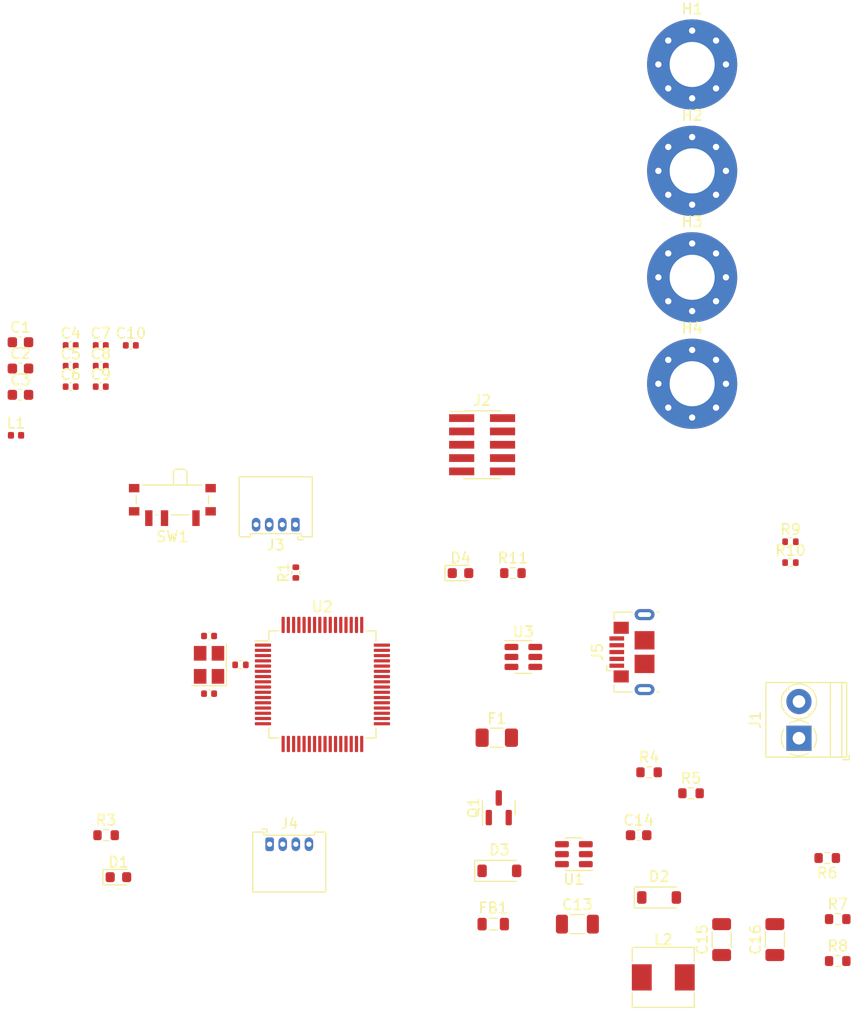
<source format=kicad_pcb>
(kicad_pcb (version 20221018) (generator pcbnew)
  (layers (0 "F.Cu" signal) (1 "In1.Cu" power) (2 "In2.Cu" power) (31 "B.Cu" signal) (34 "B.Paste" user) (35 "F.Paste" user) (36 "B.SilkS" user "B.Silkscreen") (37 "F.SilkS" user "F.Silkscreen") (38 "B.Mask" user) (39 "F.Mask" user) (44 "Edge.Cuts" user))
  (net 0 "")
  (net 1 "Net-(U2-VCAP_2)")
  (net 2 "GND")
  (net 3 "Net-(U2-VCAP_1)")
  (net 4 "+3.3V")
  (net 5 "Net-(C11-Pad1)")
  (net 6 "HSE_IN")
  (net 7 "BUCK_IN")
  (net 8 "BUCK_BST")
  (net 9 "BUCK_SW")
  (net 10 "Net-(D1-K)")
  (net 11 "LED_STATUS")
  (net 12 "Net-(D3-K)")
  (net 13 "+5V")
  (net 14 "Net-(D4-K)")
  (net 15 "+12V")
  (net 16 "Net-(Q1-D)")
  (net 17 "SWDIO")
  (net 18 "SWCLK")
  (net 19 "SW0")
  (net 22 "NRST")
  (net 23 "I2C1_SDA")
  (net 24 "I2C1_SCL")
  (net 25 "UART3_RX")
  (net 26 "UART3_TX")
  (net 27 "USB_CONN_D-")
  (net 28 "USB_CONN_D+")
  (net 31 "BOOT0")
  (net 32 "Net-(SW1-B)")
  (net 33 "HSE_OUT")
  (net 34 "BUCK_EN")
  (net 35 "BUCK_FB")
  (net 36 "Net-(R7-Pad1)")
  (net 44 "+3.3VA")
  (net 68 "USB_D-")
  (net 69 "USB_D+")
  (footprint "Resistor_SMD:R_0603_1608Metric" (layer "F.Cu") (at 133 161)
    (fp_text reference "R8" (at 0 -1.43) (layer "F.SilkS"))
    (fp_text value "270")
    (fp_line (start -0.237258 -0.5225) (end 0.237258 -0.5225) (stroke (width 0.12)) (layer "F.SilkS"))
    (fp_line (start -0.237258 0.5225) (end 0.237258 0.5225) (stroke (width 0.12)) (layer "F.SilkS"))
    (pad "1" smd roundrect (at -0.825 0) (size 0.8 0.95) (layers "F.Cu" "F.Paste" "F.Mask") (net 2 "GND"))
    (pad "2" smd roundrect (at 0.825 0) (size 0.8 0.95) (layers "F.Cu" "F.Paste" "F.Mask") (net 36 "Net-(R7-Pad1)"))
  )
  (footprint "Inductor_SMD:L_Sunlord_MWSA0518S" (layer "F.Cu") (at 116.35 162.56)
    (fp_text reference "L2" (at 0 -3.6) (layer "F.SilkS"))
    (fp_text value "10u")
    (fp_line (start -2.96 -2.86) (end -2.96 -1.51) (stroke (width 0.12)) (layer "F.SilkS"))
    (fp_line (start -2.96 -2.86) (end 2.96 -2.86) (stroke (width 0.12)) (layer "F.SilkS"))
    (fp_line (start -2.96 2.86) (end -2.96 1.51) (stroke (width 0.12)) (layer "F.SilkS"))
    (fp_line (start -2.96 2.86) (end 2.96 2.86) (stroke (width 0.12)) (layer "F.SilkS"))
    (fp_line (start 2.96 -2.86) (end 2.96 -1.51) (stroke (width 0.12)) (layer "F.SilkS"))
    (fp_line (start 2.96 2.86) (end 2.96 1.51) (stroke (width 0.12)) (layer "F.SilkS"))
    (pad "1" smd rect (at -2.05 0) (size 1.9 2.5) (layers "F.Cu" "F.Paste" "F.Mask") (net 9 "BUCK_SW"))
    (pad "2" smd rect (at 2.05 0) (size 1.9 2.5) (layers "F.Cu" "F.Paste" "F.Mask") (net 4 "+3.3V"))
  )
  (footprint "Diode_SMD:D_SOD-123" (layer "F.Cu") (at 100.71 152.4)
    (fp_text reference "D3" (at 0 -2) (layer "F.SilkS"))
    (fp_text value "B5819W")
    (fp_line (start -2.36 -1) (end -2.36 1) (stroke (width 0.12)) (layer "F.SilkS"))
    (fp_line (start -2.36 -1) (end 1.65 -1) (stroke (width 0.12)) (layer "F.SilkS"))
    (fp_line (start -2.36 1) (end 1.65 1) (stroke (width 0.12)) (layer "F.SilkS"))
    (pad "1" smd roundrect (at -1.65 0) (size 0.9 1.2) (layers "F.Cu" "F.Paste" "F.Mask") (net 12 "Net-(D3-K)"))
    (pad "2" smd roundrect (at 1.65 0) (size 0.9 1.2) (layers "F.Cu" "F.Paste" "F.Mask") (net 13 "+5V"))
  )
  (footprint "Capacitor_SMD:C_0603_1608Metric" (layer "F.Cu") (at 55 107)
    (fp_text reference "C3" (at 0 -1.43) (layer "F.SilkS"))
    (fp_text value "4u7")
    (fp_line (start -0.14058 -0.51) (end 0.14058 -0.51) (stroke (width 0.12)) (layer "F.SilkS"))
    (fp_line (start -0.14058 0.51) (end 0.14058 0.51) (stroke (width 0.12)) (layer "F.SilkS"))
    (pad "1" smd roundrect (at -0.775 0) (size 0.9 0.95) (layers "F.Cu" "F.Paste" "F.Mask") (net 4 "+3.3V"))
    (pad "2" smd roundrect (at 0.775 0) (size 0.9 0.95) (layers "F.Cu" "F.Paste" "F.Mask") (net 2 "GND"))
  )
  (footprint "Capacitor_SMD:C_0402_1005Metric" (layer "F.Cu") (at 62.6625 104.25)
    (fp_text reference "C8" (at 0 -1.16) (layer "F.SilkS"))
    (fp_text value "100n")
    (fp_line (start -0.107836 -0.36) (end 0.107836 -0.36) (stroke (width 0.12)) (layer "F.SilkS"))
    (fp_line (start -0.107836 0.36) (end 0.107836 0.36) (stroke (width 0.12)) (layer "F.SilkS"))
    (pad "1" smd roundrect (at -0.48 0) (size 0.56 0.62) (layers "F.Cu" "F.Paste" "F.Mask") (net 4 "+3.3V"))
    (pad "2" smd roundrect (at 0.48 0) (size 0.56 0.62) (layers "F.Cu" "F.Paste" "F.Mask") (net 2 "GND"))
  )
  (footprint "Resistor_SMD:R_0402_1005Metric" (layer "F.Cu") (at 128.49 123)
    (fp_text reference "R10" (at 0 -1.17) (layer "F.SilkS"))
    (fp_text value "2k2")
    (fp_line (start -0.153641 -0.38) (end 0.153641 -0.38) (stroke (width 0.12)) (layer "F.SilkS"))
    (fp_line (start -0.153641 0.38) (end 0.153641 0.38) (stroke (width 0.12)) (layer "F.SilkS"))
    (pad "1" smd roundrect (at -0.51 0) (size 0.54 0.64) (layers "F.Cu" "F.Paste" "F.Mask") (net 23 "I2C1_SDA"))
    (pad "2" smd roundrect (at 0.51 0) (size 0.54 0.64) (layers "F.Cu" "F.Paste" "F.Mask") (net 4 "+3.3V"))
  )
  (footprint "Package_TO_SOT_SMD:SOT-23-6" (layer "F.Cu") (at 107.8175 150.81 180)
    (fp_text reference "U1" (at 0 -2.4) (layer "F.SilkS"))
    (fp_text value "MP2359DJ-LF-Z")
    (fp_line (start 0 -1.56) (end -1.8 -1.56) (stroke (width 0.12)) (layer "F.SilkS"))
    (fp_line (start 0 -1.56) (end 0.8 -1.56) (stroke (width 0.12)) (layer "F.SilkS"))
    (fp_line (start 0 1.56) (end -0.8 1.56) (stroke (width 0.12)) (layer "F.SilkS"))
    (fp_line (start 0 1.56) (end 0.8 1.56) (stroke (width 0.12)) (layer "F.SilkS"))
    (pad "1" smd roundrect (at -1.1375 -0.95 180) (size 1.325 0.6) (layers "F.Cu" "F.Paste" "F.Mask") (net 8 "BUCK_BST"))
    (pad "2" smd roundrect (at -1.1375 0 180) (size 1.325 0.6) (layers "F.Cu" "F.Paste" "F.Mask") (net 2 "GND"))
    (pad "3" smd roundrect (at -1.1375 0.95 180) (size 1.325 0.6) (layers "F.Cu" "F.Paste" "F.Mask") (net 35 "BUCK_FB"))
    (pad "4" smd roundrect (at 1.1375 0.95 180) (size 1.325 0.6) (layers "F.Cu" "F.Paste" "F.Mask") (net 34 "BUCK_EN"))
    (pad "5" smd roundrect (at 1.1375 0 180) (size 1.325 0.6) (layers "F.Cu" "F.Paste" "F.Mask") (net 7 "BUCK_IN"))
    (pad "6" smd roundrect (at 1.1375 -0.95 180) (size 1.325 0.6) (layers "F.Cu" "F.Paste" "F.Mask") (net 9 "BUCK_SW"))
  )
  (footprint "Capacitor_SMD:C_1206_3216Metric" (layer "F.Cu") (at 121.92 158.955 90)
    (fp_text reference "C15" (at 0 -1.85 90) (layer "F.SilkS"))
    (fp_text value "10u")
    (fp_line (start -0.711252 -0.91) (end 0.711252 -0.91) (stroke (width 0.12)) (layer "F.SilkS"))
    (fp_line (start -0.711252 0.91) (end 0.711252 0.91) (stroke (width 0.12)) (layer "F.SilkS"))
    (pad "1" smd roundrect (at -1.475 0 90) (size 1.15 1.8) (layers "F.Cu" "F.Paste" "F.Mask") (roundrect_rratio 0.217391) (net 4 "+3.3V"))
    (pad "2" smd roundrect (at 1.475 0 90) (size 1.15 1.8) (layers "F.Cu" "F.Paste" "F.Mask") (roundrect_rratio 0.217391) (net 2 "GND"))
  )
  (footprint "Capacitor_SMD:C_0402_1005Metric" (layer "F.Cu") (at 59.7925 106.22)
    (fp_text reference "C6" (at 0 -1.16) (layer "F.SilkS"))
    (fp_text value "100n")
    (fp_line (start -0.107836 -0.36) (end 0.107836 -0.36) (stroke (width 0.12)) (layer "F.SilkS"))
    (fp_line (start -0.107836 0.36) (end 0.107836 0.36) (stroke (width 0.12)) (layer "F.SilkS"))
    (pad "1" smd roundrect (at -0.48 0) (size 0.56 0.62) (layers "F.Cu" "F.Paste" "F.Mask") (net 4 "+3.3V"))
    (pad "2" smd roundrect (at 0.48 0) (size 0.56 0.62) (layers "F.Cu" "F.Paste" "F.Mask") (net 2 "GND"))
  )
  (footprint "LED_SMD:LED_0603_1608Metric" (layer "F.Cu") (at 64.35 153)
    (fp_text reference "D1" (at 0 -1.43) (layer "F.SilkS"))
    (fp_text value "BLUE")
    (fp_line (start -1.485 -0.735) (end -1.485 0.735) (stroke (width 0.12)) (layer "F.SilkS"))
    (fp_line (start -1.485 0.735) (end 0.8 0.735) (stroke (width 0.12)) (layer "F.SilkS"))
    (fp_line (start 0.8 -0.735) (end -1.485 -0.735) (stroke (width 0.12)) (layer "F.SilkS"))
    (pad "1" smd roundrect (at -0.7875 0) (size 0.875 0.95) (layers "F.Cu" "F.Paste" "F.Mask") (net 10 "Net-(D1-K)"))
    (pad "2" smd roundrect (at 0.7875 0) (size 0.875 0.95) (layers "F.Cu" "F.Paste" "F.Mask") (net 11 "LED_STATUS"))
  )
  (footprint "Resistor_SMD:R_0402_1005Metric" (layer "F.Cu") (at 76 132.75)
    (fp_text reference "R2")
    (fp_text value "47")
    (fp_line (start -0.153641 -0.38) (end 0.153641 -0.38) (stroke (width 0.12)) (layer "F.SilkS"))
    (fp_line (start -0.153641 0.38) (end 0.153641 0.38) (stroke (width 0.12)) (layer "F.SilkS"))
    (pad "1" smd roundrect (at -0.51 0) (size 0.54 0.64) (layers "F.Cu" "F.Paste" "F.Mask") (net 5 "Net-(C11-Pad1)"))
    (pad "2" smd roundrect (at 0.51 0) (size 0.54 0.64) (layers "F.Cu" "F.Paste" "F.Mask") (net 33 "HSE_OUT"))
  )
  (footprint "Crystal:Crystal_SMD_3225-4Pin_3.2x2.5mm" (layer "F.Cu") (at 73 132.75 90)
    (fp_text reference "Y1")
    (fp_text value "16MHz")
    (fp_line (start -2 -1.65) (end -2 1.65) (stroke (width 0.12)) (layer "F.SilkS"))
    (fp_line (start -2 1.65) (end 2 1.65) (stroke (width 0.12)) (layer "F.SilkS"))
    (pad "1" smd rect (at -1.1 0.85 90) (size 1.4 1.2) (layers "F.Cu" "F.Paste" "F.Mask") (net 6 "HSE_IN"))
    (pad "2" smd rect (at 1.1 0.85 90) (size 1.4 1.2) (layers "F.Cu" "F.Paste" "F.Mask") (net 2 "GND"))
    (pad "3" smd rect (at 1.1 -0.85 90) (size 1.4 1.2) (layers "F.Cu" "F.Paste" "F.Mask") (net 5 "Net-(C11-Pad1)"))
    (pad "4" smd rect (at -1.1 -0.85 90) (size 1.4 1.2) (layers "F.Cu" "F.Paste" "F.Mask") (net 2 "GND"))
  )
  (footprint "Capacitor_SMD:C_1206_3216Metric" (layer "F.Cu") (at 127 158.955 90)
    (fp_text reference "C16" (at 0 -1.85 90) (layer "F.SilkS"))
    (fp_text value "10u")
    (fp_line (start -0.711252 -0.91) (end 0.711252 -0.91) (stroke (width 0.12)) (layer "F.SilkS"))
    (fp_line (start -0.711252 0.91) (end 0.711252 0.91) (stroke (width 0.12)) (layer "F.SilkS"))
    (pad "1" smd roundrect (at -1.475 0 90) (size 1.15 1.8) (layers "F.Cu" "F.Paste" "F.Mask") (roundrect_rratio 0.217391) (net 4 "+3.3V"))
    (pad "2" smd roundrect (at 1.475 0 90) (size 1.15 1.8) (layers "F.Cu" "F.Paste" "F.Mask") (roundrect_rratio 0.217391) (net 2 "GND"))
  )
  (footprint "Connector_Molex:Molex_PicoBlade_53048-0410_1x04_P1.25mm_Horizontal" (layer "F.Cu") (at 78.78 149.86)
    (fp_text reference "J4" (at 1.88 -1.95) (layer "F.SilkS"))
    (fp_text value "Conn_01x04")
    (fp_line (start -1.61 -1.16) (end -1.61 4.56) (stroke (width 0.12)) (layer "F.SilkS"))
    (fp_line (start -1.61 4.56) (end 1.875 4.56) (stroke (width 0.12)) (layer "F.SilkS"))
    (fp_line (start -0.54 -1.16) (end -1.61 -1.16) (stroke (width 0.12)) (layer "F.SilkS"))
    (fp_line (start -0.54 -0.86) (end -0.54 -1.16) (stroke (width 0.12)) (layer "F.SilkS"))
    (fp_line (start -0.25 -1.45) (end -0.75 -1.45) (stroke (width 0.12)) (layer "F.SilkS"))
    (fp_line (start -0.25 -1.15) (end -0.25 -1.45) (stroke (width 0.12)) (layer "F.SilkS"))
    (fp_line (start 1.875 -0.86) (end -0.54 -0.86) (stroke (width 0.12)) (layer "F.SilkS"))
    (fp_line (start 1.875 -0.86) (end 4.29 -0.86) (stroke (width 0.12)) (layer "F.SilkS"))
    (fp_line (start 4.29 -1.16) (end 5.36 -1.16) (stroke (width 0.12)) (layer "F.SilkS"))
    (fp_line (start 4.29 -0.86) (end 4.29 -1.16) (stroke (width 0.12)) (layer "F.SilkS"))
    (fp_line (start 5.36 -1.16) (end 5.36 4.56) (stroke (width 0.12)) (layer "F.SilkS"))
    (fp_line (start 5.36 4.56) (end 1.875 4.56) (stroke (width 0.12)) (layer "F.SilkS"))
    (pad "1" thru_hole roundrect (at 0 0) (size 0.8 1.3) (drill 0.5) (layers "*.Cu" "*.Mask") (net 4 "+3.3V"))
    (pad "2" thru_hole oval (at 1.25 0) (size 0.8 1.3) (drill 0.5) (layers "*.Cu" "*.Mask") (net 25 "UART3_RX"))
    (pad "3" thru_hole oval (at 2.5 0) (size 0.8 1.3) (drill 0.5) (layers "*.Cu" "*.Mask") (net 26 "UART3_TX"))
    (pad "4" thru_hole oval (at 3.75 0) (size 0.8 1.3) (drill 0.5) (layers "*.Cu" "*.Mask") (net 2 "GND"))
  )
  (footprint "Resistor_SMD:R_0603_1608Metric" (layer "F.Cu") (at 133 157)
    (fp_text reference "R7" (at 0 -1.43) (layer "F.SilkS"))
    (fp_text value "15k")
    (fp_line (start -0.237258 -0.5225) (end 0.237258 -0.5225) (stroke (width 0.12)) (layer "F.SilkS"))
    (fp_line (start -0.237258 0.5225) (end 0.237258 0.5225) (stroke (width 0.12)) (layer "F.SilkS"))
    (pad "1" smd roundrect (at -0.825 0) (size 0.8 0.95) (layers "F.Cu" "F.Paste" "F.Mask") (net 36 "Net-(R7-Pad1)"))
    (pad "2" smd roundrect (at 0.825 0) (size 0.8 0.95) (layers "F.Cu" "F.Paste" "F.Mask") (net 35 "BUCK_FB"))
  )
  (footprint "MountingHole:MountingHole_4.3mm_M4_Pad_Via" (layer "F.Cu") (at 119.1075 95.79)
    (fp_text reference "H3" (at 0 -5.3) (layer "F.SilkS"))
    (fp_text value "MountingHole_Pad")
    (pad "1" thru_hole circle (at -3.225 0) (size 0.9 0.9) (drill 0.6) (layers "*.Cu" "*.Mask") (net 2 "GND"))
    (pad "1" thru_hole circle (at -2.280419 -2.280419) (size 0.9 0.9) (drill 0.6) (layers "*.Cu" "*.Mask") (net 2 "GND"))
    (pad "1" thru_hole circle (at -2.280419 2.280419) (size 0.9 0.9) (drill 0.6) (layers "*.Cu" "*.Mask") (net 2 "GND"))
    (pad "1" thru_hole circle (at 0 -3.225) (size 0.9 0.9) (drill 0.6) (layers "*.Cu" "*.Mask") (net 2 "GND"))
    (pad "1" thru_hole circle (at 0 0) (size 8.6 8.6) (drill 4.3) (layers "*.Cu" "*.Mask") (net 2 "GND"))
    (pad "1" thru_hole circle (at 0 3.225) (size 0.9 0.9) (drill 0.6) (layers "*.Cu" "*.Mask") (net 2 "GND"))
    (pad "1" thru_hole circle (at 2.280419 -2.280419) (size 0.9 0.9) (drill 0.6) (layers "*.Cu" "*.Mask") (net 2 "GND"))
    (pad "1" thru_hole circle (at 2.280419 2.280419) (size 0.9 0.9) (drill 0.6) (layers "*.Cu" "*.Mask") (net 2 "GND"))
    (pad "1" thru_hole circle (at 3.225 0) (size 0.9 0.9) (drill 0.6) (layers "*.Cu" "*.Mask") (net 2 "GND"))
  )
  (footprint "Inductor_SMD:L_0402_1005Metric" (layer "F.Cu") (at 54.5775 110.86)
    (fp_text reference "L1" (at 0 -1.17) (layer "F.SilkS"))
    (fp_text value "39n")
    (pad "1" smd roundrect (at -0.485 0) (size 0.59 0.64) (layers "F.Cu" "F.Paste" "F.Mask") (net 4 "+3.3V"))
    (pad "2" smd roundrect (at 0.485 0) (size 0.59 0.64) (layers "F.Cu" "F.Paste" "F.Mask") (net 4 "+3.3V"))
  )
  (footprint "Capacitor_SMD:C_0402_1005Metric" (layer "F.Cu") (at 59.7925 102.28)
    (fp_text reference "C4" (at 0 -1.16) (layer "F.SilkS"))
    (fp_text value "100n")
    (fp_line (start -0.107836 -0.36) (end 0.107836 -0.36) (stroke (width 0.12)) (layer "F.SilkS"))
    (fp_line (start -0.107836 0.36) (end 0.107836 0.36) (stroke (width 0.12)) (layer "F.SilkS"))
    (pad "1" smd roundrect (at -0.48 0) (size 0.56 0.62) (layers "F.Cu" "F.Paste" "F.Mask") (net 4 "+3.3V"))
    (pad "2" smd roundrect (at 0.48 0) (size 0.56 0.62) (layers "F.Cu" "F.Paste" "F.Mask") (net 2 "GND"))
  )
  (footprint "Capacitor_SMD:C_0603_1608Metric" (layer "F.Cu") (at 55 104.49)
    (fp_text reference "C2" (at 0 -1.43) (layer "F.SilkS"))
    (fp_text value "2u2")
    (fp_line (start -0.14058 -0.51) (end 0.14058 -0.51) (stroke (width 0.12)) (layer "F.SilkS"))
    (fp_line (start -0.14058 0.51) (end 0.14058 0.51) (stroke (width 0.12)) (layer "F.SilkS"))
    (pad "1" smd roundrect (at -0.775 0) (size 0.9 0.95) (layers "F.Cu" "F.Paste" "F.Mask") (net 3 "Net-(U2-VCAP_1)"))
    (pad "2" smd roundrect (at 0.775 0) (size 0.9 0.95) (layers "F.Cu" "F.Paste" "F.Mask") (net 2 "GND"))
  )
  (footprint "Package_QFP:LQFP-64_10x10mm_P0.5mm" (layer "F.Cu") (at 83.82 134.62)
    (fp_text reference "U2" (at 0 -7.4) (layer "F.SilkS"))
    (fp_text value "STM32F405RGT6")
    (fp_line (start -5.11 -5.11) (end -5.11 -4.16) (stroke (width 0.12)) (layer "F.SilkS"))
    (fp_line (start -5.11 -4.16) (end -6.45 -4.16) (stroke (width 0.12)) (layer "F.SilkS"))
    (fp_line (start -5.11 5.11) (end -5.11 4.16) (stroke (width 0.12)) (layer "F.SilkS"))
    (fp_line (start -4.16 -5.11) (end -5.11 -5.11) (stroke (width 0.12)) (layer "F.SilkS"))
    (fp_line (start -4.16 5.11) (end -5.11 5.11) (stroke (width 0.12)) (layer "F.SilkS"))
    (fp_line (start 4.16 -5.11) (end 5.11 -5.11) (stroke (width 0.12)) (layer "F.SilkS"))
    (fp_line (start 4.16 5.11) (end 5.11 5.11) (stroke (width 0.12)) (layer "F.SilkS"))
    (fp_line (start 5.11 -5.11) (end 5.11 -4.16) (stroke (width 0.12)) (layer "F.SilkS"))
    (fp_line (start 5.11 5.11) (end 5.11 4.16) (stroke (width 0.12)) (layer "F.SilkS"))
    (pad "1" smd roundrect (at -5.675 -3.75) (size 1.55 0.3) (layers "F.Cu" "F.Paste" "F.Mask") (net 4 "+3.3V"))
    (pad "2" smd roundrect (at -5.675 -3.25) (size 1.55 0.3) (layers "F.Cu" "F.Paste" "F.Mask"))
    (pad "3" smd roundrect (at -5.675 -2.75) (size 1.55 0.3) (layers "F.Cu" "F.Paste" "F.Mask"))
    (pad "4" smd roundrect (at -5.675 -2.25) (size 1.55 0.3) (layers "F.Cu" "F.Paste" "F.Mask"))
    (pad "5" smd roundrect (at -5.675 -1.75) (size 1.55 0.3) (layers "F.Cu" "F.Paste" "F.Mask") (net 6 "HSE_IN"))
    (pad "6" smd roundrect (at -5.675 -1.25) (size 1.55 0.3) (layers "F.Cu" "F.Paste" "F.Mask") (net 33 "HSE_OUT"))
    (pad "7" smd roundrect (at -5.675 -0.75) (size 1.55 0.3) (layers "F.Cu" "F.Paste" "F.Mask") (net 22 "NRST"))
    (pad "8" smd roundrect (at -5.675 -0.25) (size 1.55 0.3) (layers "F.Cu" "F.Paste" "F.Mask"))
    (pad "9" smd roundrect (at -5.675 0.25) (size 1.55 0.3) (layers "F.Cu" "F.Paste" "F.Mask"))
    (pad "10" smd roundrect (at -5.675 0.75) (size 1.55 0.3) (layers "F.Cu" "F.Paste" "F.Mask"))
    (pad "11" smd roundrect (at -5.675 1.25) (size 1.55 0.3) (layers "F.Cu" "F.Paste" "F.Mask"))
    (pad "12" smd roundrect (at -5.675 1.75) (size 1.55 0.3) (layers "F.Cu" "F.Paste" "F.Mask") (net 2 "GND"))
    (pad "13" smd roundrect (at -5.675 2.25) (size 1.55 0.3) (layers "F.Cu" "F.Paste" "F.Mask") (net 44 "+3.3VA"))
    (pad "14" smd roundrect (at -5.675 2.75) (size 1.55 0.3) (layers "F.Cu" "F.Paste" "F.Mask"))
    (pad "15" smd roundrect (at -5.675 3.25) (size 1.55 0.3) (layers "F.Cu" "F.Paste" "F.Mask"))
    (pad "16" smd roundrect (at -5.675 3.75) (size 1.55 0.3) (layers "F.Cu" "F.Paste" "F.Mask") (net 11 "LED_STATUS"))
    (pad "17" smd roundrect (at -3.75 5.675) (size 0.3 1.55) (layers "F.Cu" "F.Paste" "F.Mask"))
    (pad "18" smd roundrect (at -3.25 5.675) (size 0.3 1.55) (layers "F.Cu" "F.Paste" "F.Mask") (net 2 "GND"))
    (pad "19" smd roundrect (at -2.75 5.675) (size 0.3 1.55) (layers "F.Cu" "F.Paste" "F.Mask") (net 4 "+3.3V"))
    (pad "20" smd roundrect (at -2.25 5.675) (size 0.3 1.55) (layers "F.Cu" "F.Paste" "F.Mask"))
    (pad "21" smd roundrect (at -1.75 5.675) (size 0.3 1.55) (layers "F.Cu" "F.Paste" "F.Mask"))
    (pad "22" smd roundrect (at -1.25 5.675) (size 0.3 1.55) (layers "F.Cu" "F.Paste" "F.Mask"))
    (pad "23" smd roundrect (at -0.75 5.675) (size 0.3 1.55) (layers "F.Cu" "F.Paste" "F.Mask"))
    (pad "24" smd roundrect (at -0.25 5.675) (size 0.3 1.55) (layers "F.Cu" "F.Paste" "F.Mask"))
    (pad "25" smd roundrect (at 0.25 5.675) (size 0.3 1.55) (layers "F.Cu" "F.Paste" "F.Mask"))
    (pad "26" smd roundrect (at 0.75 5.675) (size 0.3 1.55) (layers "F.Cu" "F.Paste" "F.Mask"))
    (pad "27" smd roundrect (at 1.25 5.675) (size 0.3 1.55) (layers "F.Cu" "F.Paste" "F.Mask"))
    (pad "28" smd roundrect (at 1.75 5.675) (size 0.3 1.55) (layers "F.Cu" "F.Paste" "F.Mask"))
    (pad "29" smd roundrect (at 2.25 5.675) (size 0.3 1.55) (layers "F.Cu" "F.Paste" "F.Mask") (net 26 "UART3_TX"))
    (pad "30" smd roundrect (at 2.75 5.675) (size 0.3 1.55) (layers "F.Cu" "F.Paste" "F.Mask") (net 25 "UART3_RX"))
    (pad "31" smd roundrect (at 3.25 5.675) (size 0.3 1.55) (layers "F.Cu" "F.Paste" "F.Mask") (net 3 "Net-(U2-VCAP_1)"))
    (pad "32" smd roundrect (at 3.75 5.675) (size 0.3 1.55) (layers "F.Cu" "F.Paste" "F.Mask") (net 4 "+3.3V"))
    (pad "33" smd roundrect (at 5.675 3.75) (size 1.55 0.3) (layers "F.Cu" "F.Paste" "F.Mask"))
    (pad "34" smd roundrect (at 5.675 3.25) (size 1.55 0.3) (layers "F.Cu" "F.Paste" "F.Mask"))
    (pad "35" smd roundrect (at 5.675 2.75) (size 1.55 0.3) (layers "F.Cu" "F.Paste" "F.Mask"))
    (pad "36" smd roundrect (at 5.675 2.25) (size 1.55 0.3) (layers "F.Cu" "F.Paste" "F.Mask"))
    (pad "37" smd roundrect (at 5.675 1.75) (size 1.55 0.3) (layers "F.Cu" "F.Paste" "F.Mask"))
    (pad "38" smd roundrect (at 5.675 1.25) (size 1.55 0.3) (layers "F.Cu" "F.Paste" "F.Mask"))
    (pad "39" smd roundrect (at 5.675 0.75) (size 1.55 0.3) (layers "F.Cu" "F.Paste" "F.Mask"))
    (pad "40" smd roundrect (at 5.675 0.25) (size 1.55 0.3) (layers "F.Cu" "F.Paste" "F.Mask"))
    (pad "41" smd roundrect (at 5.675 -0.25) (size 1.55 0.3) (layers "F.Cu" "F.Paste" "F.Mask"))
    (pad "42" smd roundrect (at 5.675 -0.75) (size 1.55 0.3) (layers "F.Cu" "F.Paste" "F.Mask"))
    (pad "43" smd roundrect (at 5.675 -1.25) (size 1.55 0.3) (layers "F.Cu" "F.Paste" "F.Mask"))
    (pad "44" smd roundrect (at 5.675 -1.75) (size 1.55 0.3) (layers "F.Cu" "F.Paste" "F.Mask") (net 68 "USB_D-"))
    (pad "45" smd roundrect (at 5.675 -2.25) (size 1.55 0.3) (layers "F.Cu" "F.Paste" "F.Mask") (net 69 "USB_D+"))
    (pad "46" smd roundrect (at 5.675 -2.75) (size 1.55 0.3) (layers "F.Cu" "F.Paste" "F.Mask") (net 17 "SWDIO"))
    (pad "47" smd roundrect (at 5.675 -3.25) (size 1.55 0.3) (layers "F.Cu" "F.Paste" "F.Mask") (net 1 "Net-(U2-VCAP_2)"))
    (pad "48" smd roundrect (at 5.675 -3.75) (size 1.55 0.3) (layers "F.Cu" "F.Paste" "F.Mask") (net 4 "+3.3V"))
    (pad "49" smd roundrect (at 3.75 -5.675) (size 0.3 1.55) (layers "F.Cu" "F.Paste" "F.Mask") (net 18 "SWCLK"))
    (pad "50" smd roundrect (at 3.25 -5.675) (size 0.3 1.55) (layers "F.Cu" "F.Paste" "F.Mask"))
    (pad "51" smd roundrect (at 2.75 -5.675) (size 0.3 1.55) (layers "F.Cu" "F.Paste" "F.Mask"))
    (pad "52" smd roundrect (at 2.25 -5.675) (size 0.3 1.55) (layers "F.Cu" "F.Paste" "F.Mask"))
    (pad "53" smd roundrect (at 1.75 -5.675) (size 0.3 1.55) (layers "F.Cu" "F.Paste" "F.Mask"))
    (pad "54" smd roundrect (at 1.25 -5.675) (size 0.3 1.55) (layers "F.Cu" "F.Paste" "F.Mask"))
    (pad "55" smd roundrect (at 0.75 -5.675) (size 0.3 1.55) (layers "F.Cu" "F.Paste" "F.Mask") (net 19 "SW0"))
    (pad "56" smd roundrect (at 0.25 -5.675) (size 0.3 1.55) (layers "F.Cu" "F.Paste" "F.Mask"))
    (pad "57" smd roundrect (at -0.25 -5.675) (size 0.3 1.55) (layers "F.Cu" "F.Paste" "F.Mask"))
    (pad "58" smd roundrect (at -0.75 -5.675) (size 0.3 1.55) (layers "F.Cu" "F.Paste" "F.Mask") (net 24 "I2C1_SCL"))
    (pad "59" smd roundrect (at -1.25 -5.675) (size 0.3 1.55) (layers "F.Cu" "F.Paste" "F.Mask") (net 23 "I2C1_SDA"))
    (pad "60" smd roundrect (at -1.75 -5.675) (size 0.3 1.55) (layers "F.Cu" "F.Paste" "F.Mask") (net 31 "BOOT0"))
    (pad "61" smd roundrect (at -2.25 -5.675) (size 0.3 1.55) (layers "F.Cu" "F.Paste" "F.Mask"))
    (pad "62" smd roundrect (at -2.75 -5.675) (size 0.3 1.55) (layers "F.Cu" "F.Paste" "F.Mask"))
    (pad "63" smd roundrect (at -3.25 -5.675) (size 0.3 1.55) (layers "F.Cu" "F.Paste" "F.Mask") (net 2 "GND"))
    (pad "64" smd roundrect (at -3.75 -5.675) (size 0.3 1.55) (layers "F.Cu" "F.Paste" "F.Mask") (net 4 "+3.3V"))
  )
  (footprint "Inductor_SMD:L_0805_2012Metric" (layer "F.Cu") (at 100.1225 157.48)
    (fp_text reference "FB1" (at 0 -1.55) (layer "F.SilkS"))
    (fp_text value "600 @ 600MHz")
    (fp_line (start -0.399622 -0.56) (end 0.399622 -0.56) (stroke (width 0.12)) (layer "F.SilkS"))
    (fp_line (start -0.399622 0.56) (end 0.399622 0.56) (stroke (width 0.12)) (layer "F.SilkS"))
    (pad "1" smd roundrect (at -1.0625 0) (size 0.875 1.2) (layers "F.Cu" "F.Paste" "F.Mask") (net 12 "Net-(D3-K)"))
    (pad "2" smd roundrect (at 1.0625 0) (size 0.875 1.2) (layers "F.Cu" "F.Paste" "F.Mask") (net 7 "BUCK_IN"))
  )
  (footprint "Resistor_SMD:R_0402_1005Metric" (layer "F.Cu") (at 128.49 121.01)
    (fp_text reference "R9" (at 0 -1.17) (layer "F.SilkS"))
    (fp_text value "2k2")
    (fp_line (start -0.153641 -0.38) (end 0.153641 -0.38) (stroke (width 0.12)) (layer "F.SilkS"))
    (fp_line (start -0.153641 0.38) (end 0.153641 0.38) (stroke (width 0.12)) (layer "F.SilkS"))
    (pad "1" smd roundrect (at -0.51 0) (size 0.54 0.64) (layers "F.Cu" "F.Paste" "F.Mask") (net 24 "I2C1_SCL"))
    (pad "2" smd roundrect (at 0.51 0) (size 0.54 0.64) (layers "F.Cu" "F.Paste" "F.Mask") (net 4 "+3.3V"))
  )
  (footprint "Button_Switch_SMD:SW_SPDT_PCM12" (layer "F.Cu") (at 69.5 117.33 180)
    (fp_text reference "SW1" (at 0 -3.2) (layer "F.SilkS"))
    (fp_text value "SW_SPDT")
    (fp_line (start -3.45 -0.07) (end -3.45 0.72) (stroke (width 0.12)) (layer "F.SilkS"))
    (fp_line (start -2.85 1.73) (end 2.85 1.73) (stroke (width 0.12)) (layer "F.SilkS"))
    (fp_line (start -1.6 -1.12) (end 0.1 -1.12) (stroke (width 0.12)) (layer "F.SilkS"))
    (fp_line (start -1.4 1.73) (end -1.4 3.02) (stroke (width 0.12)) (layer "F.SilkS"))
    (fp_line (start -1.4 3.02) (end -1.2 3.23) (stroke (width 0.12)) (layer "F.SilkS"))
    (fp_line (start -1.2 3.23) (end -0.3 3.23) (stroke (width 0.12)) (layer "F.SilkS"))
    (fp_line (start -0.1 3.02) (end -0.3 3.23) (stroke (width 0.12)) (layer "F.SilkS"))
    (fp_line (start -0.1 3.02) (end -0.1 1.73) (stroke (width 0.12)) (layer "F.SilkS"))
    (fp_line (start 1.4 -1.12) (end 1.6 -1.12) (stroke (width 0.12)) (layer "F.SilkS"))
    (fp_line (start 3.45 0.72) (end 3.45 -0.07) (stroke (width 0.12)) (layer "F.SilkS"))
    (pad "" smd rect (at -3.65 -0.78 180) (size 1 0.8) (layers "F.Cu" "F.Paste" "F.Mask"))
    (pad "" smd rect (at -3.65 1.43 180) (size 1 0.8) (layers "F.Cu" "F.Paste" "F.Mask"))
    (pad "" np_thru_hole circle (at -1.5 0.33 180) (size 0.9 0.9) (drill 0.9) (layers "*.Cu" "*.Mask"))
    (pad "" np_thru_hole circle (at 1.5 0.33 180) (size 0.9 0.9) (drill 0.9) (layers "*.Cu" "*.Mask"))
    (pad "" smd rect (at 3.65 -0.78 180) (size 1 0.8) (layers "F.Cu" "F.Paste" "F.Mask"))
    (pad "" smd rect (at 3.65 1.43 180) (size 1 0.8) (layers "F.Cu" "F.Paste" "F.Mask"))
    (pad "1" smd rect (at -2.25 -1.43 180) (size 0.7 1.5) (layers "F.Cu" "F.Paste" "F.Mask") (net 4 "+3.3V"))
    (pad "2" smd rect (at 0.75 -1.43 180) (size 0.7 1.5) (layers "F.Cu" "F.Paste" "F.Mask") (net 32 "Net-(SW1-B)"))
    (pad "3" smd rect (at 2.25 -1.43 180) (size 0.7 1.5) (layers "F.Cu" "F.Paste" "F.Mask") (net 2 "GND"))
  )
  (footprint "Capacitor_SMD:C_0402_1005Metric" (layer "F.Cu") (at 65.5325 102.28)
    (fp_text reference "C10" (at 0 -1.16) (layer "F.SilkS"))
    (fp_text value "1u")
    (fp_line (start -0.107836 -0.36) (end 0.107836 -0.36) (stroke (width 0.12)) (layer "F.SilkS"))
    (fp_line (start -0.107836 0.36) (end 0.107836 0.36) (stroke (width 0.12)) (layer "F.SilkS"))
    (pad "1" smd roundrect (at -0.48 0) (size 0.56 0.62) (layers "F.Cu" "F.Paste" "F.Mask") (net 4 "+3.3V"))
    (pad "2" smd roundrect (at 0.48 0) (size 0.56 0.62) (layers "F.Cu" "F.Paste" "F.Mask") (net 2 "GND"))
  )
  (footprint "Diode_SMD:D_SOD-123" (layer "F.Cu") (at 115.95 154.94)
    (fp_text reference "D2" (at 0 -2) (layer "F.SilkS"))
    (fp_text value "B5819W")
    (fp_line (start -2.36 -1) (end -2.36 1) (stroke (width 0.12)) (layer "F.SilkS"))
    (fp_line (start -2.36 -1) (end 1.65 -1) (stroke (width 0.12)) (layer "F.SilkS"))
    (fp_line (start -2.36 1) (end 1.65 1) (stroke (width 0.12)) (layer "F.SilkS"))
    (pad "1" smd roundrect (at -1.65 0) (size 0.9 1.2) (layers "F.Cu" "F.Paste" "F.Mask") (net 9 "BUCK_SW"))
    (pad "2" smd roundrect (at 1.65 0) (size 0.9 1.2) (layers "F.Cu" "F.Paste" "F.Mask") (net 2 "GND"))
  )
  (footprint "Capacitor_SMD:C_0603_1608Metric" (layer "F.Cu") (at 114 149)
    (fp_text reference "C14" (at 0 -1.43) (layer "F.SilkS"))
    (fp_text value "10n")
    (fp_line (start -0.14058 -0.51) (end 0.14058 -0.51) (stroke (width 0.12)) (layer "F.SilkS"))
    (fp_line (start -0.14058 0.51) (end 0.14058 0.51) (stroke (width 0.12)) (layer "F.SilkS"))
    (pad "1" smd roundrect (at -0.775 0) (size 0.9 0.95) (layers "F.Cu" "F.Paste" "F.Mask") (net 8 "BUCK_BST"))
    (pad "2" smd roundrect (at 0.775 0) (size 0.9 0.95) (layers "F.Cu" "F.Paste" "F.Mask") (net 9 "BUCK_SW"))
  )
  (footprint "Capacitor_SMD:C_0402_1005Metric" (layer "F.Cu") (at 73 135.5 180)
    (fp_text reference "C12")
    (fp_text value "12p")
    (fp_line (start -0.107836 -0.36) (end 0.107836 -0.36) (stroke (width 0.12)) (layer "F.SilkS"))
    (fp_line (start -0.107836 0.36) (end 0.107836 0.36) (stroke (width 0.12)) (layer "F.SilkS"))
    (pad "1" smd roundrect (at -0.48 0 180) (size 0.56 0.62) (layers "F.Cu" "F.Paste" "F.Mask") (net 6 "HSE_IN"))
    (pad "2" smd roundrect (at 0.48 0 180) (size 0.56 0.62) (layers "F.Cu" "F.Paste" "F.Mask") (net 2 "GND"))
  )
  (footprint "Connector_Molex:Molex_PicoBlade_53048-0410_1x04_P1.25mm_Horizontal" (layer "F.Cu") (at 81.24 119.38 180)
    (fp_text reference "J3" (at 1.88 -1.95) (layer "F.SilkS"))
    (fp_text value "Conn_01x04")
    (fp_line (start -1.61 -1.16) (end -1.61 4.56) (stroke (width 0.12)) (layer "F.SilkS"))
    (fp_line (start -1.61 4.56) (end 1.875 4.56) (stroke (width 0.12)) (layer "F.SilkS"))
    (fp_line (start -0.54 -1.16) (end -1.61 -1.16) (stroke (width 0.12)) (layer "F.SilkS"))
    (fp_line (start -0.54 -0.86) (end -0.54 -1.16) (stroke (width 0.12)) (layer "F.SilkS"))
    (fp_line (start -0.25 -1.45) (end -0.75 -1.45) (stroke (width 0.12)) (layer "F.SilkS"))
    (fp_line (start -0.25 -1.15) (end -0.25 -1.45) (stroke (width 0.12)) (layer "F.SilkS"))
    (fp_line (start 1.875 -0.86) (end -0.54 -0.86) (stroke (width 0.12)) (layer "F.SilkS"))
    (fp_line (start 1.875 -0.86) (end 4.29 -0.86) (stroke (width 0.12)) (layer "F.SilkS"))
    (fp_line (start 4.29 -1.16) (end 5.36 -1.16) (stroke (width 0.12)) (layer "F.SilkS"))
    (fp_line (start 4.29 -0.86) (end 4.29 -1.16) (stroke (width 0.12)) (layer "F.SilkS"))
    (fp_line (start 5.36 -1.16) (end 5.36 4.56) (stroke (width 0.12)) (layer "F.SilkS"))
    (fp_line (start 5.36 4.56) (end 1.875 4.56) (stroke (width 0.12)) (layer "F.SilkS"))
    (pad "1" thru_hole roundrect (at 0 0 180) (size 0.8 1.3) (drill 0.5) (layers "*.Cu" "*.Mask") (net 4 "+3.3V"))
    (pad "2" thru_hole oval (at 1.25 0 180) (size 0.8 1.3) (drill 0.5) (layers "*.Cu" "*.Mask") (net 23 "I2C1_SDA"))
    (pad "3" thru_hole oval (at 2.5 0 180) (size 0.8 1.3) (drill 0.5) (layers "*.Cu" "*.Mask") (net 24 "I2C1_SCL"))
    (pad "4" thru_hole oval (at 3.75 0 180) (size 0.8 1.3) (drill 0.5) (layers "*.Cu" "*.Mask") (net 2 "GND"))
  )
  (footprint "Capacitor_SMD:C_0603_1608Metric" (layer "F.Cu") (at 55 101.98)
    (fp_text reference "C1" (at 0 -1.43) (layer "F.SilkS"))
    (fp_text value "2u2")
    (fp_line (start -0.14058 -0.51) (end 0.14058 -0.51) (stroke (width 0.12)) (layer "F.SilkS"))
    (fp_line (start -0.14058 0.51) (end 0.14058 0.51) (stroke (width 0.12)) (layer "F.SilkS"))
    (pad "1" smd roundrect (at -0.775 0) (size 0.9 0.95) (layers "F.Cu" "F.Paste" "F.Mask") (net 1 "Net-(U2-VCAP_2)"))
    (pad "2" smd roundrect (at 0.775 0) (size 0.9 0.95) (layers "F.Cu" "F.Paste" "F.Mask") (net 2 "GND"))
  )
  (footprint "Capacitor_SMD:C_0402_1005Metric" (layer "F.Cu") (at 73 130)
    (fp_text reference "C11")
    (fp_text value "12p")
    (fp_line (start -0.107836 -0.36) (end 0.107836 -0.36) (stroke (width 0.12)) (layer "F.SilkS"))
    (fp_line (start -0.107836 0.36) (end 0.107836 0.36) (stroke (width 0.12)) (layer "F.SilkS"))
    (pad "1" smd roundrect (at -0.48 0) (size 0.56 0.62) (layers "F.Cu" "F.Paste" "F.Mask") (net 5 "Net-(C11-Pad1)"))
    (pad "2" smd roundrect (at 0.48 0) (size 0.56 0.62) (layers "F.Cu" "F.Paste" "F.Mask") (net 2 "GND"))
  )
  (footprint "LED_SMD:LED_0603_1608Metric" (layer "F.Cu") (at 97 124)
    (fp_text reference "D4" (at 0 -1.43) (layer "F.SilkS"))
    (fp_text value "RED")
    (fp_line (start -1.485 -0.735) (end -1.485 0.735) (stroke (width 0.12)) (layer "F.SilkS"))
    (fp_line (start -1.485 0.735) (end 0.8 0.735) (stroke (width 0.12)) (layer "F.SilkS"))
    (fp_line (start 0.8 -0.735) (end -1.485 -0.735) (stroke (width 0.12)) (layer "F.SilkS"))
    (pad "1" smd roundrect (at -0.7875 0) (size 0.875 0.95) (layers "F.Cu" "F.Paste" "F.Mask") (net 14 "Net-(D4-K)"))
    (pad "2" smd roundrect (at 0.7875 0) (size 0.875 0.95) (layers "F.Cu" "F.Paste" "F.Mask") (net 4 "+3.3V"))
  )
  (footprint "Resistor_SMD:R_0402_1005Metric" (layer "F.Cu") (at 81.28 123.95 90)
    (fp_text reference "R1" (at 0 -1.17 90) (layer "F.SilkS"))
    (fp_text value "10k")
    (fp_line (start -0.153641 -0.38) (end 0.153641 -0.38) (stroke (width 0.12)) (layer "F.SilkS"))
    (fp_line (start -0.153641 0.38) (end 0.153641 0.38) (stroke (width 0.12)) (layer "F.SilkS"))
    (pad "1" smd roundrect (at -0.51 0 90) (size 0.54 0.64) (layers "F.Cu" "F.Paste" "F.Mask") (net 31 "BOOT0"))
    (pad "2" smd roundrect (at 0.51 0 90) (size 0.54 0.64) (layers "F.Cu" "F.Paste" "F.Mask") (net 32 "Net-(SW1-B)"))
  )
  (footprint "Package_TO_SOT_SMD:SOT-23-6" (layer "F.Cu") (at 103 132)
    (fp_text reference "U3" (at 0 -2.4) (layer "F.SilkS"))
    (fp_text value "USBLC6-2SC6")
    (fp_line (start 0 -1.56) (end -1.8 -1.56) (stroke (width 0.12)) (layer "F.SilkS"))
    (fp_line (start 0 -1.56) (end 0.8 -1.56) (stroke (width 0.12)) (layer "F.SilkS"))
    (fp_line (start 0 1.56) (end -0.8 1.56) (stroke (width 0.12)) (layer "F.SilkS"))
    (fp_line (start 0 1.56) (end 0.8 1.56) (stroke (width 0.12)) (layer "F.SilkS"))
    (pad "1" smd roundrect (at -1.1375 -0.95) (size 1.325 0.6) (layers "F.Cu" "F.Paste" "F.Mask") (net 27 "USB_CONN_D-"))
    (pad "2" smd roundrect (at -1.1375 0) (size 1.325 0.6) (layers "F.Cu" "F.Paste" "F.Mask") (net 2 "GND"))
    (pad "3" smd roundrect (at -1.1375 0.95) (size 1.325 0.6) (layers "F.Cu" "F.Paste" "F.Mask") (net 28 "USB_CONN_D+"))
    (pad "4" smd roundrect (at 1.1375 0.95) (size 1.325 0.6) (layers "F.Cu" "F.Paste" "F.Mask") (net 69 "USB_D+"))
    (pad "5" smd roundrect (at 1.1375 0) (size 1.325 0.6) (layers "F.Cu" "F.Paste" "F.Mask") (net 13 "+5V"))
    (pad "6" smd roundrect (at 1.1375 -0.95) (size 1.325 0.6) (layers "F.Cu" "F.Paste" "F.Mask") (net 68 "USB_D-"))
  )
  (footprint "Fuse:Fuse_1206_3216Metric" (layer "F.Cu") (at 100.46 139.7)
    (fp_text reference "F1" (at 0 -1.82) (layer "F.SilkS"))
    (fp_text value "250mA")
    (fp_line (start -0.602064 -0.91) (end 0.602064 -0.91) (stroke (width 0.12)) (layer "F.SilkS"))
    (fp_line (start -0.602064 0.91) (end 0.602064 0.91) (stroke (width 0.12)) (layer "F.SilkS"))
    (pad "1" smd roundrect (at -1.4 0) (size 1.25 1.75) (layers "F.Cu" "F.Paste" "F.Mask") (roundrect_rratio 0.2) (net 15 "+12V"))
    (pad "2" smd roundrect (at 1.4 0) (size 1.25 1.75) (layers "F.Cu" "F.Paste" "F.Mask") (roundrect_rratio 0.2) (net 16 "Net-(Q1-D)"))
  )
  (footprint "MountingHole:MountingHole_4.3mm_M4_Pad_Via" (layer "F.Cu") (at 119.1075 105.94)
    (fp_text reference "H4" (at 0 -5.3) (layer "F.SilkS"))
    (fp_text value "MountingHole_Pad")
    (pad "1" thru_hole circle (at -3.225 0) (size 0.9 0.9) (drill 0.6) (layers "*.Cu" "*.Mask") (net 2 "GND"))
    (pad "1" thru_hole circle (at -2.280419 -2.280419) (size 0.9 0.9) (drill 0.6) (layers "*.Cu" "*.Mask") (net 2 "GND"))
    (pad "1" thru_hole circle (at -2.280419 2.280419) (size 0.9 0.9) (drill 0.6) (layers "*.Cu" "*.Mask") (net 2 "GND"))
    (pad "1" thru_hole circle (at 0 -3.225) (size 0.9 0.9) (drill 0.6) (layers "*.Cu" "*.Mask") (net 2 "GND"))
    (pad "1" thru_hole circle (at 0 0) (size 8.6 8.6) (drill 4.3) (layers "*.Cu" "*.Mask") (net 2 "GND"))
    (pad "1" thru_hole circle (at 0 3.225) (size 0.9 0.9) (drill 0.6) (layers "*.Cu" "*.Mask") (net 2 "GND"))
    (pad "1" thru_hole circle (at 2.280419 -2.280419) (size 0.9 0.9) (drill 0.6) (layers "*.Cu" "*.Mask") (net 2 "GND"))
    (pad "1" thru_hole circle (at 2.280419 2.280419) (size 0.9 0.9) (drill 0.6) (layers "*.Cu" "*.Mask") (net 2 "GND"))
    (pad "1" thru_hole circle (at 3.225 0) (size 0.9 0.9) (drill 0.6) (layers "*.Cu" "*.Mask") (net 2 "GND"))
  )
  (footprint "MountingHole:MountingHole_4.3mm_M4_Pad_Via" (layer "F.Cu") (at 119.1075 75.49)
    (fp_text reference "H1" (at 0 -5.3) (layer "F.SilkS"))
    (fp_text value "MountingHole_Pad")
    (pad "1" thru_hole circle (at -3.225 0) (size 0.9 0.9) (drill 0.6) (layers "*.Cu" "*.Mask") (net 2 "GND"))
    (pad "1" thru_hole circle (at -2.280419 -2.280419) (size 0.9 0.9) (drill 0.6) (layers "*.Cu" "*.Mask") (net 2 "GND"))
    (pad "1" thru_hole circle (at -2.280419 2.280419) (size 0.9 0.9) (drill 0.6) (layers "*.Cu" "*.Mask") (net 2 "GND"))
    (pad "1" thru_hole circle (at 0 -3.225) (size 0.9 0.9) (drill 0.6) (layers "*.Cu" "*.Mask") (net 2 "GND"))
    (pad "1" thru_hole circle (at 0 0) (size 8.6 8.6) (drill 4.3) (layers "*.Cu" "*.Mask") (net 2 "GND"))
    (pad "1" thru_hole circle (at 0 3.225) (size 0.9 0.9) (drill 0.6) (layers "*.Cu" "*.Mask") (net 2 "GND"))
    (pad "1" thru_hole circle (at 2.280419 -2.280419) (size 0.9 0.9) (drill 0.6) (layers "*.Cu" "*.Mask") (net 2 "GND"))
    (pad "1" thru_hole circle (at 2.280419 2.280419) (size 0.9 0.9) (drill 0.6) (layers "*.Cu" "*.Mask") (net 2 "GND"))
    (pad "1" thru_hole circle (at 3.225 0) (size 0.9 0.9) (drill 0.6) (layers "*.Cu" "*.Mask") (net 2 "GND"))
  )
  (footprint "Package_TO_SOT_SMD:SOT-23" (layer "F.Cu") (at 100.65 146.3825 90)
    (fp_text reference "Q1" (at 0 -2.4 90) (layer "F.SilkS"))
    (fp_text value "AO3401A")
    (fp_line (start 0 -1.56) (end -1.675 -1.56) (stroke (width 0.12)) (layer "F.SilkS"))
    (fp_line (start 0 -1.56) (end 0.65 -1.56) (stroke (width 0.12)) (layer "F.SilkS"))
    (fp_line (start 0 1.56) (end -0.65 1.56) (stroke (width 0.12)) (layer "F.SilkS"))
    (fp_line (start 0 1.56) (end 0.65 1.56) (stroke (width 0.12)) (layer "F.SilkS"))
    (pad "1" smd roundrect (at -0.9375 -0.95 90) (size 1.475 0.6) (layers "F.Cu" "F.Paste" "F.Mask") (net 2 "GND"))
    (pad "2" smd roundrect (at -0.9375 0.95 90) (size 1.475 0.6) (layers "F.Cu" "F.Paste" "F.Mask") (net 12 "Net-(D3-K)"))
    (pad "3" smd roundrect (at 0.9375 0 90) (size 1.475 0.6) (layers "F.Cu" "F.Paste" "F.Mask") (net 16 "Net-(Q1-D)"))
  )
  (footprint "Connector_PinHeader_1.27mm:PinHeader_2x05_P1.27mm_Vertical_SMD" (layer "F.Cu") (at 99.06 111.76)
    (fp_text reference "J2" (at 0 -4.235) (layer "F.SilkS"))
    (fp_text value "SWD")
    (fp_line (start -3.09 -3.17) (end -1.765 -3.17) (stroke (width 0.12)) (layer "F.SilkS"))
    (fp_line (start -1.765 -3.235) (end -1.765 -3.17) (stroke (width 0.12)) (layer "F.SilkS"))
    (fp_line (start -1.765 -3.235) (end 1.765 -3.235) (stroke (width 0.12)) (layer "F.SilkS"))
    (fp_line (start -1.765 3.17) (end -1.765 3.235) (stroke (width 0.12)) (layer "F.SilkS"))
    (fp_line (start -1.765 3.235) (end 1.765 3.235) (stroke (width 0.12)) (layer "F.SilkS"))
    (fp_line (start 1.765 -3.235) (end 1.765 -3.17) (stroke (width 0.12)) (layer "F.SilkS"))
    (fp_line (start 1.765 3.17) (end 1.765 3.235) (stroke (width 0.12)) (layer "F.SilkS"))
    (pad "1" smd rect (at -1.95 -2.54) (size 2.4 0.74) (layers "F.Cu" "F.Paste" "F.Mask") (net 4 "+3.3V"))
    (pad "2" smd rect (at 1.95 -2.54) (size 2.4 0.74) (layers "F.Cu" "F.Paste" "F.Mask") (net 17 "SWDIO"))
    (pad "3" smd rect (at -1.95 -1.27) (size 2.4 0.74) (layers "F.Cu" "F.Paste" "F.Mask") (net 2 "GND"))
    (pad "4" smd rect (at 1.95 -1.27) (size 2.4 0.74) (layers "F.Cu" "F.Paste" "F.Mask") (net 18 "SWCLK"))
    (pad "5" smd rect (at -1.95 0) (size 2.4 0.74) (layers "F.Cu" "F.Paste" "F.Mask") (net 2 "GND"))
    (pad "6" smd rect (at 1.95 0) (size 2.4 0.74) (layers "F.Cu" "F.Paste" "F.Mask") (net 19 "SW0"))
    (pad "7" smd rect (at -1.95 1.27) (size 2.4 0.74) (layers "F.Cu" "F.Paste" "F.Mask"))
    (pad "8" smd rect (at 1.95 1.27) (size 2.4 0.74) (layers "F.Cu" "F.Paste" "F.Mask"))
    (pad "9" smd rect (at -1.95 2.54) (size 2.4 0.74) (layers "F.Cu" "F.Paste" "F.Mask") (net 2 "GND"))
    (pad "10" smd rect (at 1.95 2.54) (size 2.4 0.74) (layers "F.Cu" "F.Paste" "F.Mask") (net 22 "NRST"))
  )
  (footprint "Resistor_SMD:R_0603_1608Metric" (layer "F.Cu") (at 132 151.175 180)
    (fp_text reference "R6" (at 0 -1.43) (layer "F.SilkS"))
    (fp_text value "47k")
    (fp_line (start -0.237258 -0.5225) (end 0.237258 -0.5225) (stroke (width 0.12)) (layer "F.SilkS"))
    (fp_line (start -0.237258 0.5225) (end 0.237258 0.5225) (stroke (width 0.12)) (layer "F.SilkS"))
    (pad "1" smd roundrect (at -0.825 0 180) (size 0.8 0.95) (layers "F.Cu" "F.Paste" "F.Mask") (net 35 "BUCK_FB"))
    (pad "2" smd roundrect (at 0.825 0 180) (size 0.8 0.95) (layers "F.Cu" "F.Paste" "F.Mask") (net 4 "+3.3V"))
  )
  (footprint "Resistor_SMD:R_0603_1608Metric" (layer "F.Cu") (at 115 143)
    (fp_text reference "R4" (at 0 -1.43) (layer "F.SilkS"))
    (fp_text value "100k")
    (fp_line (start -0.237258 -0.5225) (end 0.237258 -0.5225) (stroke (width 0.12)) (layer "F.SilkS"))
    (fp_line (start -0.237258 0.5225) (end 0.237258 0.5225) (stroke (width 0.12)) (layer "F.SilkS"))
    (pad "1" smd roundrect (at -0.825 0) (size 0.8 0.95) (layers "F.Cu" "F.Paste" "F.Mask") (net 34 "BUCK_EN"))
    (pad "2" smd roundrect (at 0.825 0) (size 0.8 0.95) (layers "F.Cu" "F.Paste" "F.Mask") (net 7 "BUCK_IN"))
  )
  (footprint "MountingHole:MountingHole_4.3mm_M4_Pad_Via" (layer "F.Cu") (at 119.1075 85.64)
    (fp_text reference "H2" (at 0 -5.3) (layer "F.SilkS"))
    (fp_text value "MountingHole_Pad")
    (pad "1" thru_hole circle (at -3.225 0) (size 0.9 0.9) (drill 0.6) (layers "*.Cu" "*.Mask") (net 2 "GND"))
    (pad "1" thru_hole circle (at -2.280419 -2.280419) (size 0.9 0.9) (drill 0.6) (layers "*.Cu" "*.Mask") (net 2 "GND"))
    (pad "1" thru_hole circle (at -2.280419 2.280419) (size 0.9 0.9) (drill 0.6) (layers "*.Cu" "*.Mask") (net 2 "GND"))
    (pad "1" thru_hole circle (at 0 -3.225) (size 0.9 0.9) (drill 0.6) (layers "*.Cu" "*.Mask") (net 2 "GND"))
    (pad "1" thru_hole circle (at 0 0) (size 8.6 8.6) (drill 4.3) (layers "*.Cu" "*.Mask") (net 2 "GND"))
    (pad "1" thru_hole circle (at 0 3.225) (size 0.9 0.9) (drill 0.6) (layers "*.Cu" "*.Mask") (net 2 "GND"))
    (pad "1" thru_hole circle (at 2.280419 -2.280419) (size 0.9 0.9) (drill 0.6) (layers "*.Cu" "*.Mask") (net 2 "GND"))
    (pad "1" thru_hole circle (at 2.280419 2.280419) (size 0.9 0.9) (drill 0.6) (layers "*.Cu" "*.Mask") (net 2 "GND"))
    (pad "1" thru_hole circle (at 3.225 0) (size 0.9 0.9) (drill 0.6) (layers "*.Cu" "*.Mask") (net 2 "GND"))
  )
  (footprint "Capacitor_SMD:C_0402_1005Metric" (layer "F.Cu") (at 59.7925 104.25)
    (fp_text reference "C5" (at 0 -1.16) (layer "F.SilkS"))
    (fp_text value "100n")
    (fp_line (start -0.107836 -0.36) (end 0.107836 -0.36) (stroke (width 0.12)) (layer "F.SilkS"))
    (fp_line (start -0.107836 0.36) (end 0.107836 0.36) (stroke (width 0.12)) (layer "F.SilkS"))
    (pad "1" smd roundrect (at -0.48 0) (size 0.56 0.62) (layers "F.Cu" "F.Paste" "F.Mask") (net 4 "+3.3V"))
    (pad "2" smd roundrect (at 0.48 0) (size 0.56 0.62) (layers "F.Cu" "F.Paste" "F.Mask") (net 2 "GND"))
  )
  (footprint "Capacitor_SMD:C_0402_1005Metric" (layer "F.Cu") (at 62.6625 102.28)
    (fp_text reference "C7" (at 0 -1.16) (layer "F.SilkS"))
    (fp_text value "100n")
    (fp_line (start -0.107836 -0.36) (end 0.107836 -0.36) (stroke (width 0.12)) (layer "F.SilkS"))
    (fp_line (start -0.107836 0.36) (end 0.107836 0.36) (stroke (width 0.12)) (layer "F.SilkS"))
    (pad "1" smd roundrect (at -0.48 0) (size 0.56 0.62) (layers "F.Cu" "F.Paste" "F.Mask") (net 4 "+3.3V"))
    (pad "2" smd roundrect (at 0.48 0) (size 0.56 0.62) (layers "F.Cu" "F.Paste" "F.Mask") (net 2 "GND"))
  )
  (footprint "TerminalBlock_Phoenix:TerminalBlock_Phoenix_PT-1,5-2-3.5-H_1x02_P3.50mm_Horizontal" (layer "F.Cu") (at 129.3 139.75 90)
    (fp_text reference "J1" (at 1.75 -4.16 90) (layer "F.SilkS"))
    (fp_text value "Screw_Terminal_01x02")
    (fp_line (start -2.05 4.16) (end -2.05 4.8) (stroke (width 0.12)) (layer "F.SilkS"))
    (fp_line (start -2.05 4.8) (end -1.65 4.8) (stroke (width 0.12)) (layer "F.SilkS"))
    (fp_line (start -1.81 -3.16) (end -1.81 4.56) (stroke (width 0.12)) (layer "F.SilkS"))
    (fp_line (start -1.81 -3.16) (end 5.31 -3.16) (stroke (width 0.12)) (layer "F.SilkS"))
    (fp_line (start -1.81 3) (end 5.31 3) (stroke (width 0.12)) (layer "F.SilkS"))
    (fp_line (start -1.81 4.1) (end 5.31 4.1) (stroke (width 0.12)) (layer "F.SilkS"))
    (fp_line (start -1.81 4.56) (end 5.31 4.56) (stroke (width 0.12)) (layer "F.SilkS"))
    (fp_line (start 2.355 0.941) (end 2.226 1.069) (stroke (width 0.12)) (layer "F.SilkS"))
    (fp_line (start 2.525 1.181) (end 2.431 1.274) (stroke (width 0.12)) (layer "F.SilkS"))
    (fp_line (start 4.57 -1.275) (end 4.476 -1.181) (stroke (width 0.12)) (layer "F.SilkS"))
    (fp_line (start 4.775 -1.069) (end 4.646 -0.941) (stroke (width 0.12)) (layer "F.SilkS"))
    (fp_line (start 5.31 -3.16) (end 5.31 4.56) (stroke (width 0.12)) (layer "F.SilkS"))
    (fp_arc (start -1.425358 0.889894) (mid -1.680286 0.014012) (end -1.44 -0.866) (stroke (width 0.12)) (layer "F.SilkS"))
    (fp_arc (start -0.889894 -1.425358) (mid -0.014012 -1.680286) (end 0.866 -1.44) (stroke (width 0.12)) (layer "F.SilkS"))
    (fp_arc (start 0.028674 1.680099) (mid -0.435535 1.622918) (end -0.866 1.44) (stroke (width 0.12)) (layer "F.SilkS"))
    (fp_arc (start 0.890264 1.424721) (mid 0.463071 1.61492) (end 0 1.68) (stroke (width 0.12)) (layer "F.SilkS"))
    (fp_arc (start 1.425504 -0.890193) (mid 1.680626 0.000476) (end 1.425 0.891) (stroke (width 0.12)) (layer "F.SilkS"))
    (fp_circle (center 3.5 0) (end 5.18 0) (stroke (width 0.12)) (fill none) (layer "F.SilkS"))
    (pad "1" thru_hole rect (at 0 0 90) (size 2.4 2.4) (drill 1.2) (layers "*.Cu" "*.Mask") (net 15 "+12V"))
    (pad "2" thru_hole circle (at 3.5 0 90) (size 2.4 2.4) (drill 1.2) (layers "*.Cu" "*.Mask") (net 2 "GND"))
  )
  (footprint "Resistor_SMD:R_0603_1608Metric" (layer "F.Cu") (at 119 145)
    (fp_text reference "R5" (at 0 -1.43) (layer "F.SilkS"))
    (fp_text value "68k")
    (fp_line (start -0.237258 -0.5225) (end 0.237258 -0.5225) (stroke (width 0.12)) (layer "F.SilkS"))
    (fp_line (start -0.237258 0.5225) (end 0.237258 0.5225) (stroke (width 0.12)) (layer "F.SilkS"))
    (pad "1" smd roundrect (at -0.825 0) (size 0.8 0.95) (layers "F.Cu" "F.Paste" "F.Mask") (net 2 "GND"))
    (pad "2" smd roundrect (at 0.825 0) (size 0.8 0.95) (layers "F.Cu" "F.Paste" "F.Mask") (net 34 "BUCK_EN"))
  )
  (footprint "Capacitor_SMD:C_0402_1005Metric" (layer "F.Cu") (at 62.6625 106.22)
    (fp_text reference "C9" (at 0 -1.16) (layer "F.SilkS"))
    (fp_text value "1u")
    (fp_line (start -0.107836 -0.36) (end 0.107836 -0.36) (stroke (width 0.12)) (layer "F.SilkS"))
    (fp_line (start -0.107836 0.36) (end 0.107836 0.36) (stroke (width 0.12)) (layer "F.SilkS"))
    (pad "1" smd roundrect (at -0.48 0) (size 0.56 0.62) (layers "F.Cu" "F.Paste" "F.Mask") (net 4 "+3.3V"))
    (pad "2" smd roundrect (at 0.48 0) (size 0.56 0.62) (layers "F.Cu" "F.Paste" "F.Mask") (net 2 "GND"))
  )
  (footprint "Resistor_SMD:R_0603_1608Metric" (layer "F.Cu") (at 63.175 149)
    (fp_text reference "R3" (at 0 -1.43) (layer "F.SilkS"))
    (fp_text value "1k5")
    (fp_line (start -0.237258 -0.5225) (end 0.237258 -0.5225) (stroke (width 0.12)) (layer "F.SilkS"))
    (fp_line (start -0.237258 0.5225) (end 0.237258 0.5225) (stroke (width 0.12)) (layer "F.SilkS"))
    (pad "1" smd roundrect (at -0.825 0) (size 0.8 0.95) (layers "F.Cu" "F.Paste" "F.Mask") (net 2 "GND"))
    (pad "2" smd roundrect (at 0.825 0) (size 0.8 0.95) (layers "F.Cu" "F.Paste" "F.Mask") (net 10 "Net-(D1-K)"))
  )
  (footprint "Connector_USB:USB_Micro-B_GCT_USB3076-30-A" (layer "F.Cu") (at 113.3625 131.535 90)
    (fp_text reference "J5" (at 0 -3.3 90) (layer "F.SilkS"))
    (fp_text value "USB_B_Micro")
    (fp_line (start -3.81 -1.71) (end -3.15 -1.71) (stroke (width 0.12)) (layer "F.SilkS"))
    (fp_line (start -3.81 0.02) (end -3.81 -1.71) (stroke (width 0.12)) (layer "F.SilkS"))
    (fp_line (start -3.81 2.59) (end -3.81 2.38) (stroke (width 0.12)) (layer "F.SilkS"))
    (fp_line (start -1.76 -2.41) (end -1.76 -2.02) (stroke (width 0.12)) (layer "F.SilkS"))
    (fp_line (start -1.76 -2.41) (end -1.31 -2.41) (stroke (width 0.12)) (layer "F.SilkS"))
    (fp_line (start 3.81 -1.71) (end 3.16 -1.71) (stroke (width 0.12)) (layer "F.SilkS"))
    (fp_line (start 3.81 0.02) (end 3.81 -1.71) (stroke (width 0.12)) (layer "F.SilkS"))
    (fp_line (start 3.81 2.59) (end 3.81 2.38) (stroke (width 0.12)) (layer "F.SilkS"))
    (pad "1" smd rect (at -1.3 -1.45 90) (size 0.4 1.4) (layers "F.Cu" "F.Paste" "F.Mask") (net 13 "+5V"))
    (pad "2" smd rect (at -0.65 -1.45 90) (size 0.4 1.4) (layers "F.Cu" "F.Paste" "F.Mask") (net 27 "USB_CONN_D-"))
    (pad "3" smd rect (at 0 -1.45 90) (size 0.4 1.4) (layers "F.Cu" "F.Paste" "F.Mask") (net 28 "USB_CONN_D+"))
    (pad "4" smd rect (at 0.65 -1.45 90) (size 0.4 1.4) (layers "F.Cu" "F.Paste" "F.Mask"))
    (pad "5" smd rect (at 1.3 -1.45 90) (size 0.4 1.4) (layers "F.Cu" "F.Paste" "F.Mask") (net 2 "GND"))
    (pad "6" thru_hole oval (at -3.575 1.2 270) (size 1.05 1.9) (drill oval 0.45 1.25) (layers "*.Cu" "*.Mask"))
    (pad "6" smd rect (at -2.32 -1.03 90) (size 1.15 1.45) (layers "F.Cu" "F.Paste" "F.Mask"))
    (pad "6" smd rect (at -1.125 1.2 90) (size 1.75 1.9) (layers "F.Cu" "F.Paste" "F.Mask"))
    (pad "6" smd rect (at 1.125 1.2 90) (size 1.75 1.9) (layers "F.Cu" "F.Paste" "F.Mask"))
    (pad "6" smd rect (at 2.32 -1.03 90) (size 1.15 1.45) (layers "F.Cu" "F.Paste" "F.Mask"))
    (pad "6" thru_hole oval (at 3.575 1.2 90) (size 1.05 1.9) (drill oval 0.45 1.25) (layers "*.Cu" "*.Mask"))
  )
  (footprint "Capacitor_SMD:C_1206_3216Metric" (layer "F.Cu") (at 108.155 157.48)
    (fp_text reference "C13" (at 0 -1.85) (layer "F.SilkS"))
    (fp_text value "10u")
    (fp_line (start -0.711252 -0.91) (end 0.711252 -0.91) (stroke (width 0.12)) (layer "F.SilkS"))
    (fp_line (start -0.711252 0.91) (end 0.711252 0.91) (stroke (width 0.12)) (layer "F.SilkS"))
    (pad "1" smd roundrect (at -1.475 0) (size 1.15 1.8) (layers "F.Cu" "F.Paste" "F.Mask") (roundrect_rratio 0.217391) (net 7 "BUCK_IN"))
    (pad "2" smd roundrect (at 1.475 0) (size 1.15 1.8) (layers "F.Cu" "F.Paste" "F.Mask") (roundrect_rratio 0.217391) (net 2 "GND"))
  )
  (footprint "Resistor_SMD:R_0603_1608Metric" (layer "F.Cu") (at 102 124)
    (fp_text reference "R11" (at 0 -1.43) (layer "F.SilkS"))
    (fp_text value "1k")
    (fp_line (start -0.237258 -0.5225) (end 0.237258 -0.5225) (stroke (width 0.12)) (layer "F.SilkS"))
    (fp_line (start -0.237258 0.5225) (end 0.237258 0.5225) (stroke (width 0.12)) (layer "F.SilkS"))
    (pad "1" smd roundrect (at -0.825 0) (size 0.8 0.95) (layers "F.Cu" "F.Paste" "F.Mask") (net 2 "GND"))
    (pad "2" smd roundrect (at 0.825 0) (size 0.8 0.95) (layers "F.Cu" "F.Paste" "F.Mask") (net 14 "Net-(D4-K)"))
  )
)
</source>
